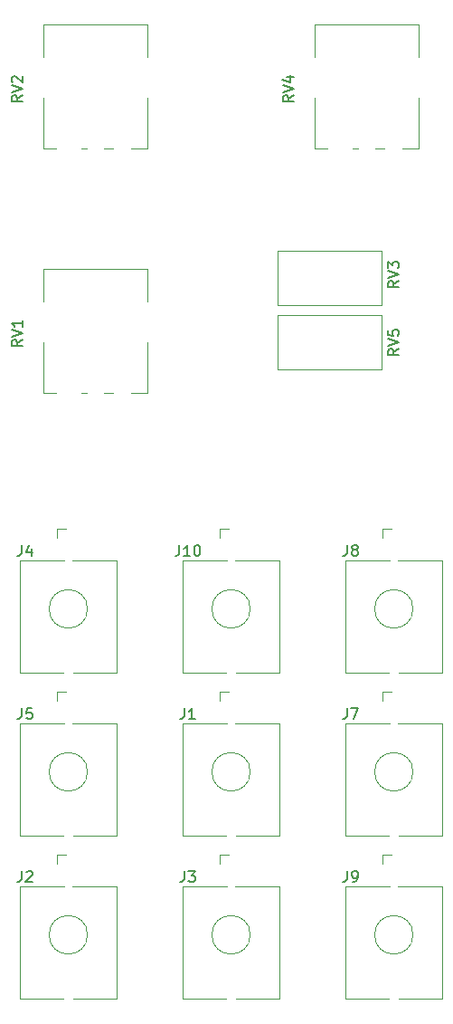
<source format=gbr>
G04 #@! TF.GenerationSoftware,KiCad,Pcbnew,5.1.6-c6e7f7d~86~ubuntu20.04.1*
G04 #@! TF.CreationDate,2020-05-29T14:12:18+02:00*
G04 #@! TF.ProjectId,osc1,6f736331-2e6b-4696-9361-645f70636258,rev?*
G04 #@! TF.SameCoordinates,Original*
G04 #@! TF.FileFunction,Legend,Top*
G04 #@! TF.FilePolarity,Positive*
%FSLAX46Y46*%
G04 Gerber Fmt 4.6, Leading zero omitted, Abs format (unit mm)*
G04 Created by KiCad (PCBNEW 5.1.6-c6e7f7d~86~ubuntu20.04.1) date 2020-05-29 14:12:18*
%MOMM*%
%LPD*%
G01*
G04 APERTURE LIST*
%ADD10C,0.120000*%
%ADD11C,0.150000*%
G04 APERTURE END LIST*
D10*
X89480000Y-130250000D02*
X89480000Y-140750000D01*
X98480000Y-130250000D02*
X98480000Y-140750000D01*
X98480000Y-140750000D02*
X94480000Y-140750000D01*
X93480000Y-140750000D02*
X89480000Y-140750000D01*
X98480000Y-130250000D02*
X94330000Y-130250000D01*
X93630000Y-130250000D02*
X89480000Y-130250000D01*
X95780000Y-134750000D02*
G75*
G03*
X95780000Y-134750000I-1800000J0D01*
G01*
X92920000Y-127270000D02*
X92920000Y-128070000D01*
X92920000Y-127270000D02*
X93780000Y-127270000D01*
X98305000Y-101270000D02*
X108075000Y-101270000D01*
X98305000Y-106340000D02*
X108075000Y-106340000D01*
X98305000Y-101270000D02*
X98305000Y-106340000D01*
X108075000Y-101270000D02*
X108075000Y-106340000D01*
X98305000Y-107270000D02*
X108075000Y-107270000D01*
X98305000Y-112340000D02*
X108075000Y-112340000D01*
X98305000Y-107270000D02*
X98305000Y-112340000D01*
X108075000Y-107270000D02*
X108075000Y-112340000D01*
X111550000Y-80120000D02*
X101810000Y-80120000D01*
X111550000Y-91710000D02*
X110060000Y-91710000D01*
X111550000Y-83180000D02*
X111550000Y-80120000D01*
X101800000Y-91710000D02*
X101800000Y-86990000D01*
X101810000Y-83180000D02*
X101810000Y-80120000D01*
X111550000Y-91710000D02*
X111550000Y-86990000D01*
X102990000Y-91710000D02*
X101810000Y-91710000D01*
X105890000Y-91710000D02*
X105360000Y-91710000D01*
X108340000Y-91710000D02*
X107510000Y-91710000D01*
X86150000Y-80120000D02*
X76410000Y-80120000D01*
X86150000Y-91710000D02*
X84660000Y-91710000D01*
X86150000Y-83180000D02*
X86150000Y-80120000D01*
X76400000Y-91710000D02*
X76400000Y-86990000D01*
X76410000Y-83180000D02*
X76410000Y-80120000D01*
X86150000Y-91710000D02*
X86150000Y-86990000D01*
X77590000Y-91710000D02*
X76410000Y-91710000D01*
X80490000Y-91710000D02*
X79960000Y-91710000D01*
X82940000Y-91710000D02*
X82110000Y-91710000D01*
X86150000Y-102980000D02*
X76410000Y-102980000D01*
X86150000Y-114570000D02*
X84660000Y-114570000D01*
X86150000Y-106040000D02*
X86150000Y-102980000D01*
X76400000Y-114570000D02*
X76400000Y-109850000D01*
X76410000Y-106040000D02*
X76410000Y-102980000D01*
X86150000Y-114570000D02*
X86150000Y-109850000D01*
X77590000Y-114570000D02*
X76410000Y-114570000D01*
X80490000Y-114570000D02*
X79960000Y-114570000D01*
X82940000Y-114570000D02*
X82110000Y-114570000D01*
X104720000Y-160730000D02*
X104720000Y-171230000D01*
X113720000Y-160730000D02*
X113720000Y-171230000D01*
X113720000Y-171230000D02*
X109720000Y-171230000D01*
X108720000Y-171230000D02*
X104720000Y-171230000D01*
X113720000Y-160730000D02*
X109570000Y-160730000D01*
X108870000Y-160730000D02*
X104720000Y-160730000D01*
X111020000Y-165230000D02*
G75*
G03*
X111020000Y-165230000I-1800000J0D01*
G01*
X108160000Y-157750000D02*
X108160000Y-158550000D01*
X108160000Y-157750000D02*
X109020000Y-157750000D01*
X104720000Y-130250000D02*
X104720000Y-140750000D01*
X113720000Y-130250000D02*
X113720000Y-140750000D01*
X113720000Y-140750000D02*
X109720000Y-140750000D01*
X108720000Y-140750000D02*
X104720000Y-140750000D01*
X113720000Y-130250000D02*
X109570000Y-130250000D01*
X108870000Y-130250000D02*
X104720000Y-130250000D01*
X111020000Y-134750000D02*
G75*
G03*
X111020000Y-134750000I-1800000J0D01*
G01*
X108160000Y-127270000D02*
X108160000Y-128070000D01*
X108160000Y-127270000D02*
X109020000Y-127270000D01*
X104720000Y-145490000D02*
X104720000Y-155990000D01*
X113720000Y-145490000D02*
X113720000Y-155990000D01*
X113720000Y-155990000D02*
X109720000Y-155990000D01*
X108720000Y-155990000D02*
X104720000Y-155990000D01*
X113720000Y-145490000D02*
X109570000Y-145490000D01*
X108870000Y-145490000D02*
X104720000Y-145490000D01*
X111020000Y-149990000D02*
G75*
G03*
X111020000Y-149990000I-1800000J0D01*
G01*
X108160000Y-142510000D02*
X108160000Y-143310000D01*
X108160000Y-142510000D02*
X109020000Y-142510000D01*
X74240000Y-145490000D02*
X74240000Y-155990000D01*
X83240000Y-145490000D02*
X83240000Y-155990000D01*
X83240000Y-155990000D02*
X79240000Y-155990000D01*
X78240000Y-155990000D02*
X74240000Y-155990000D01*
X83240000Y-145490000D02*
X79090000Y-145490000D01*
X78390000Y-145490000D02*
X74240000Y-145490000D01*
X80540000Y-149990000D02*
G75*
G03*
X80540000Y-149990000I-1800000J0D01*
G01*
X77680000Y-142510000D02*
X77680000Y-143310000D01*
X77680000Y-142510000D02*
X78540000Y-142510000D01*
X74240000Y-130250000D02*
X74240000Y-140750000D01*
X83240000Y-130250000D02*
X83240000Y-140750000D01*
X83240000Y-140750000D02*
X79240000Y-140750000D01*
X78240000Y-140750000D02*
X74240000Y-140750000D01*
X83240000Y-130250000D02*
X79090000Y-130250000D01*
X78390000Y-130250000D02*
X74240000Y-130250000D01*
X80540000Y-134750000D02*
G75*
G03*
X80540000Y-134750000I-1800000J0D01*
G01*
X77680000Y-127270000D02*
X77680000Y-128070000D01*
X77680000Y-127270000D02*
X78540000Y-127270000D01*
X89480000Y-160730000D02*
X89480000Y-171230000D01*
X98480000Y-160730000D02*
X98480000Y-171230000D01*
X98480000Y-171230000D02*
X94480000Y-171230000D01*
X93480000Y-171230000D02*
X89480000Y-171230000D01*
X98480000Y-160730000D02*
X94330000Y-160730000D01*
X93630000Y-160730000D02*
X89480000Y-160730000D01*
X95780000Y-165230000D02*
G75*
G03*
X95780000Y-165230000I-1800000J0D01*
G01*
X92920000Y-157750000D02*
X92920000Y-158550000D01*
X92920000Y-157750000D02*
X93780000Y-157750000D01*
X74240000Y-160730000D02*
X74240000Y-171230000D01*
X83240000Y-160730000D02*
X83240000Y-171230000D01*
X83240000Y-171230000D02*
X79240000Y-171230000D01*
X78240000Y-171230000D02*
X74240000Y-171230000D01*
X83240000Y-160730000D02*
X79090000Y-160730000D01*
X78390000Y-160730000D02*
X74240000Y-160730000D01*
X80540000Y-165230000D02*
G75*
G03*
X80540000Y-165230000I-1800000J0D01*
G01*
X77680000Y-157750000D02*
X77680000Y-158550000D01*
X77680000Y-157750000D02*
X78540000Y-157750000D01*
X89480000Y-145490000D02*
X89480000Y-155990000D01*
X98480000Y-145490000D02*
X98480000Y-155990000D01*
X98480000Y-155990000D02*
X94480000Y-155990000D01*
X93480000Y-155990000D02*
X89480000Y-155990000D01*
X98480000Y-145490000D02*
X94330000Y-145490000D01*
X93630000Y-145490000D02*
X89480000Y-145490000D01*
X95780000Y-149990000D02*
G75*
G03*
X95780000Y-149990000I-1800000J0D01*
G01*
X92920000Y-142510000D02*
X92920000Y-143310000D01*
X92920000Y-142510000D02*
X93780000Y-142510000D01*
D11*
X89140476Y-128802380D02*
X89140476Y-129516666D01*
X89092857Y-129659523D01*
X88997619Y-129754761D01*
X88854761Y-129802380D01*
X88759523Y-129802380D01*
X90140476Y-129802380D02*
X89569047Y-129802380D01*
X89854761Y-129802380D02*
X89854761Y-128802380D01*
X89759523Y-128945238D01*
X89664285Y-129040476D01*
X89569047Y-129088095D01*
X90759523Y-128802380D02*
X90854761Y-128802380D01*
X90950000Y-128850000D01*
X90997619Y-128897619D01*
X91045238Y-128992857D01*
X91092857Y-129183333D01*
X91092857Y-129421428D01*
X91045238Y-129611904D01*
X90997619Y-129707142D01*
X90950000Y-129754761D01*
X90854761Y-129802380D01*
X90759523Y-129802380D01*
X90664285Y-129754761D01*
X90616666Y-129707142D01*
X90569047Y-129611904D01*
X90521428Y-129421428D01*
X90521428Y-129183333D01*
X90569047Y-128992857D01*
X90616666Y-128897619D01*
X90664285Y-128850000D01*
X90759523Y-128802380D01*
X109672380Y-104100238D02*
X109196190Y-104433571D01*
X109672380Y-104671666D02*
X108672380Y-104671666D01*
X108672380Y-104290714D01*
X108720000Y-104195476D01*
X108767619Y-104147857D01*
X108862857Y-104100238D01*
X109005714Y-104100238D01*
X109100952Y-104147857D01*
X109148571Y-104195476D01*
X109196190Y-104290714D01*
X109196190Y-104671666D01*
X108672380Y-103814523D02*
X109672380Y-103481190D01*
X108672380Y-103147857D01*
X108672380Y-102909761D02*
X108672380Y-102290714D01*
X109053333Y-102624047D01*
X109053333Y-102481190D01*
X109100952Y-102385952D01*
X109148571Y-102338333D01*
X109243809Y-102290714D01*
X109481904Y-102290714D01*
X109577142Y-102338333D01*
X109624761Y-102385952D01*
X109672380Y-102481190D01*
X109672380Y-102766904D01*
X109624761Y-102862142D01*
X109577142Y-102909761D01*
X109672380Y-110450238D02*
X109196190Y-110783571D01*
X109672380Y-111021666D02*
X108672380Y-111021666D01*
X108672380Y-110640714D01*
X108720000Y-110545476D01*
X108767619Y-110497857D01*
X108862857Y-110450238D01*
X109005714Y-110450238D01*
X109100952Y-110497857D01*
X109148571Y-110545476D01*
X109196190Y-110640714D01*
X109196190Y-111021666D01*
X108672380Y-110164523D02*
X109672380Y-109831190D01*
X108672380Y-109497857D01*
X108672380Y-108688333D02*
X108672380Y-109164523D01*
X109148571Y-109212142D01*
X109100952Y-109164523D01*
X109053333Y-109069285D01*
X109053333Y-108831190D01*
X109100952Y-108735952D01*
X109148571Y-108688333D01*
X109243809Y-108640714D01*
X109481904Y-108640714D01*
X109577142Y-108688333D01*
X109624761Y-108735952D01*
X109672380Y-108831190D01*
X109672380Y-109069285D01*
X109624761Y-109164523D01*
X109577142Y-109212142D01*
X99832380Y-86735238D02*
X99356190Y-87068571D01*
X99832380Y-87306666D02*
X98832380Y-87306666D01*
X98832380Y-86925714D01*
X98880000Y-86830476D01*
X98927619Y-86782857D01*
X99022857Y-86735238D01*
X99165714Y-86735238D01*
X99260952Y-86782857D01*
X99308571Y-86830476D01*
X99356190Y-86925714D01*
X99356190Y-87306666D01*
X98832380Y-86449523D02*
X99832380Y-86116190D01*
X98832380Y-85782857D01*
X99165714Y-85020952D02*
X99832380Y-85020952D01*
X98784761Y-85259047D02*
X99499047Y-85497142D01*
X99499047Y-84878095D01*
X74432380Y-86735238D02*
X73956190Y-87068571D01*
X74432380Y-87306666D02*
X73432380Y-87306666D01*
X73432380Y-86925714D01*
X73480000Y-86830476D01*
X73527619Y-86782857D01*
X73622857Y-86735238D01*
X73765714Y-86735238D01*
X73860952Y-86782857D01*
X73908571Y-86830476D01*
X73956190Y-86925714D01*
X73956190Y-87306666D01*
X73432380Y-86449523D02*
X74432380Y-86116190D01*
X73432380Y-85782857D01*
X73527619Y-85497142D02*
X73480000Y-85449523D01*
X73432380Y-85354285D01*
X73432380Y-85116190D01*
X73480000Y-85020952D01*
X73527619Y-84973333D01*
X73622857Y-84925714D01*
X73718095Y-84925714D01*
X73860952Y-84973333D01*
X74432380Y-85544761D01*
X74432380Y-84925714D01*
X74432380Y-109595238D02*
X73956190Y-109928571D01*
X74432380Y-110166666D02*
X73432380Y-110166666D01*
X73432380Y-109785714D01*
X73480000Y-109690476D01*
X73527619Y-109642857D01*
X73622857Y-109595238D01*
X73765714Y-109595238D01*
X73860952Y-109642857D01*
X73908571Y-109690476D01*
X73956190Y-109785714D01*
X73956190Y-110166666D01*
X73432380Y-109309523D02*
X74432380Y-108976190D01*
X73432380Y-108642857D01*
X74432380Y-107785714D02*
X74432380Y-108357142D01*
X74432380Y-108071428D02*
X73432380Y-108071428D01*
X73575238Y-108166666D01*
X73670476Y-108261904D01*
X73718095Y-108357142D01*
X104856666Y-159282380D02*
X104856666Y-159996666D01*
X104809047Y-160139523D01*
X104713809Y-160234761D01*
X104570952Y-160282380D01*
X104475714Y-160282380D01*
X105380476Y-160282380D02*
X105570952Y-160282380D01*
X105666190Y-160234761D01*
X105713809Y-160187142D01*
X105809047Y-160044285D01*
X105856666Y-159853809D01*
X105856666Y-159472857D01*
X105809047Y-159377619D01*
X105761428Y-159330000D01*
X105666190Y-159282380D01*
X105475714Y-159282380D01*
X105380476Y-159330000D01*
X105332857Y-159377619D01*
X105285238Y-159472857D01*
X105285238Y-159710952D01*
X105332857Y-159806190D01*
X105380476Y-159853809D01*
X105475714Y-159901428D01*
X105666190Y-159901428D01*
X105761428Y-159853809D01*
X105809047Y-159806190D01*
X105856666Y-159710952D01*
X104856666Y-128802380D02*
X104856666Y-129516666D01*
X104809047Y-129659523D01*
X104713809Y-129754761D01*
X104570952Y-129802380D01*
X104475714Y-129802380D01*
X105475714Y-129230952D02*
X105380476Y-129183333D01*
X105332857Y-129135714D01*
X105285238Y-129040476D01*
X105285238Y-128992857D01*
X105332857Y-128897619D01*
X105380476Y-128850000D01*
X105475714Y-128802380D01*
X105666190Y-128802380D01*
X105761428Y-128850000D01*
X105809047Y-128897619D01*
X105856666Y-128992857D01*
X105856666Y-129040476D01*
X105809047Y-129135714D01*
X105761428Y-129183333D01*
X105666190Y-129230952D01*
X105475714Y-129230952D01*
X105380476Y-129278571D01*
X105332857Y-129326190D01*
X105285238Y-129421428D01*
X105285238Y-129611904D01*
X105332857Y-129707142D01*
X105380476Y-129754761D01*
X105475714Y-129802380D01*
X105666190Y-129802380D01*
X105761428Y-129754761D01*
X105809047Y-129707142D01*
X105856666Y-129611904D01*
X105856666Y-129421428D01*
X105809047Y-129326190D01*
X105761428Y-129278571D01*
X105666190Y-129230952D01*
X104856666Y-144042380D02*
X104856666Y-144756666D01*
X104809047Y-144899523D01*
X104713809Y-144994761D01*
X104570952Y-145042380D01*
X104475714Y-145042380D01*
X105237619Y-144042380D02*
X105904285Y-144042380D01*
X105475714Y-145042380D01*
X74376666Y-144042380D02*
X74376666Y-144756666D01*
X74329047Y-144899523D01*
X74233809Y-144994761D01*
X74090952Y-145042380D01*
X73995714Y-145042380D01*
X75329047Y-144042380D02*
X74852857Y-144042380D01*
X74805238Y-144518571D01*
X74852857Y-144470952D01*
X74948095Y-144423333D01*
X75186190Y-144423333D01*
X75281428Y-144470952D01*
X75329047Y-144518571D01*
X75376666Y-144613809D01*
X75376666Y-144851904D01*
X75329047Y-144947142D01*
X75281428Y-144994761D01*
X75186190Y-145042380D01*
X74948095Y-145042380D01*
X74852857Y-144994761D01*
X74805238Y-144947142D01*
X74376666Y-128802380D02*
X74376666Y-129516666D01*
X74329047Y-129659523D01*
X74233809Y-129754761D01*
X74090952Y-129802380D01*
X73995714Y-129802380D01*
X75281428Y-129135714D02*
X75281428Y-129802380D01*
X75043333Y-128754761D02*
X74805238Y-129469047D01*
X75424285Y-129469047D01*
X89616666Y-159282380D02*
X89616666Y-159996666D01*
X89569047Y-160139523D01*
X89473809Y-160234761D01*
X89330952Y-160282380D01*
X89235714Y-160282380D01*
X89997619Y-159282380D02*
X90616666Y-159282380D01*
X90283333Y-159663333D01*
X90426190Y-159663333D01*
X90521428Y-159710952D01*
X90569047Y-159758571D01*
X90616666Y-159853809D01*
X90616666Y-160091904D01*
X90569047Y-160187142D01*
X90521428Y-160234761D01*
X90426190Y-160282380D01*
X90140476Y-160282380D01*
X90045238Y-160234761D01*
X89997619Y-160187142D01*
X74376666Y-159282380D02*
X74376666Y-159996666D01*
X74329047Y-160139523D01*
X74233809Y-160234761D01*
X74090952Y-160282380D01*
X73995714Y-160282380D01*
X74805238Y-159377619D02*
X74852857Y-159330000D01*
X74948095Y-159282380D01*
X75186190Y-159282380D01*
X75281428Y-159330000D01*
X75329047Y-159377619D01*
X75376666Y-159472857D01*
X75376666Y-159568095D01*
X75329047Y-159710952D01*
X74757619Y-160282380D01*
X75376666Y-160282380D01*
X89616666Y-144042380D02*
X89616666Y-144756666D01*
X89569047Y-144899523D01*
X89473809Y-144994761D01*
X89330952Y-145042380D01*
X89235714Y-145042380D01*
X90616666Y-145042380D02*
X90045238Y-145042380D01*
X90330952Y-145042380D02*
X90330952Y-144042380D01*
X90235714Y-144185238D01*
X90140476Y-144280476D01*
X90045238Y-144328095D01*
M02*

</source>
